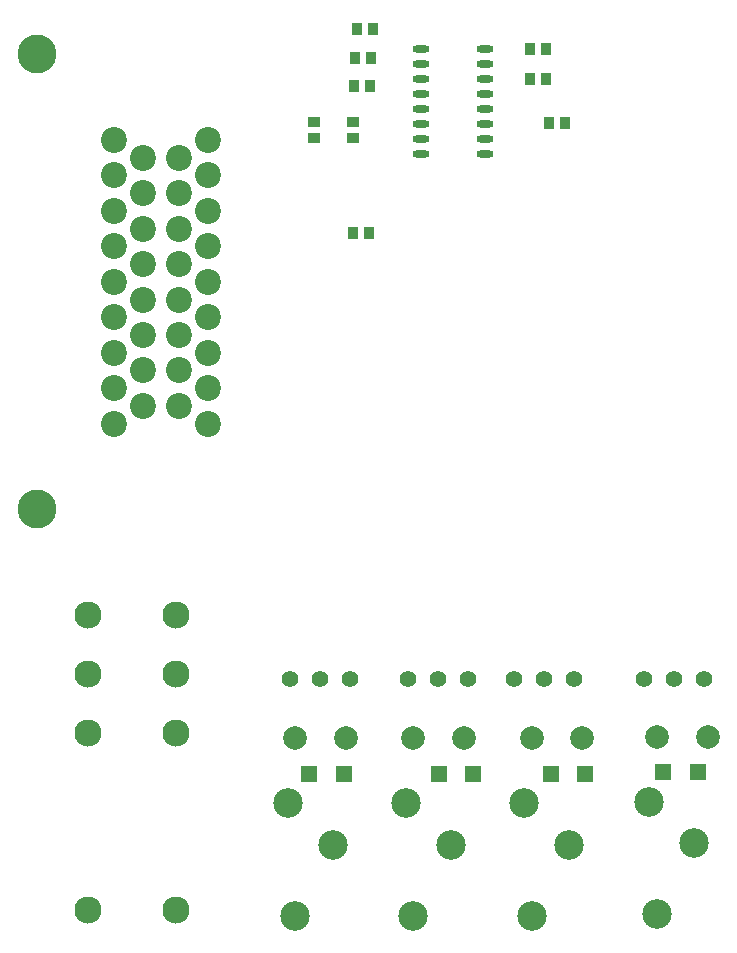
<source format=gbr>
%TF.GenerationSoftware,Altium Limited,Altium Designer,19.1.7 (138)*%
G04 Layer_Color=255*
%FSLAX26Y26*%
%MOIN*%
%TF.FileFunction,Pads,Bot*%
%TF.Part,Single*%
G01*
G75*
%TA.AperFunction,SMDPad,CuDef*%
%ADD13O,0.057087X0.023622*%
%ADD25R,0.053150X0.057087*%
%ADD26R,0.035433X0.039370*%
%ADD27R,0.039370X0.035433*%
%TA.AperFunction,ComponentPad*%
%ADD34C,0.055118*%
%ADD35C,0.086614*%
%ADD36C,0.129921*%
%ADD37C,0.098425*%
%ADD38C,0.078740*%
%ADD39C,0.090551*%
D13*
X1435948Y2695821D02*
D03*
Y2745821D02*
D03*
Y2795821D02*
D03*
Y2845821D02*
D03*
Y2895821D02*
D03*
Y2945821D02*
D03*
Y2995821D02*
D03*
Y3045821D02*
D03*
X1650515Y2695821D02*
D03*
Y2745821D02*
D03*
Y2795821D02*
D03*
Y2845821D02*
D03*
Y2895821D02*
D03*
Y2945821D02*
D03*
Y2995821D02*
D03*
Y3045821D02*
D03*
D25*
X1494532Y630469D02*
D03*
X1610673D02*
D03*
X1867562Y630469D02*
D03*
X1983704D02*
D03*
X1061461Y630469D02*
D03*
X1177603D02*
D03*
X2242563Y635390D02*
D03*
X2358705D02*
D03*
D26*
X1262795Y2433072D02*
D03*
X1209645D02*
D03*
X1265749Y2922245D02*
D03*
X1212601D02*
D03*
X1268575Y3017999D02*
D03*
X1215426D02*
D03*
X1275591Y3114173D02*
D03*
X1222441D02*
D03*
X1797851Y3045000D02*
D03*
X1851001D02*
D03*
X1799851Y2946000D02*
D03*
X1852999D02*
D03*
X1861220Y2800197D02*
D03*
X1914370D02*
D03*
D27*
X1210630Y2750000D02*
D03*
Y2803150D02*
D03*
X1078999Y2748849D02*
D03*
Y2801999D02*
D03*
D34*
X1198271Y945432D02*
D03*
X1098271D02*
D03*
X998271D02*
D03*
X2379375Y945430D02*
D03*
X2279375D02*
D03*
X2179375D02*
D03*
X1591973Y945430D02*
D03*
X1491973D02*
D03*
X1391973D02*
D03*
X1946301Y945432D02*
D03*
X1846301D02*
D03*
X1746301D02*
D03*
D35*
X726771Y1798072D02*
D03*
Y1916182D02*
D03*
Y2034293D02*
D03*
Y2152403D02*
D03*
Y2270513D02*
D03*
Y2388623D02*
D03*
Y2506734D02*
D03*
Y2624844D02*
D03*
Y2742954D02*
D03*
X628346Y1857127D02*
D03*
Y1975237D02*
D03*
Y2093348D02*
D03*
Y2211458D02*
D03*
Y2329568D02*
D03*
Y2447678D02*
D03*
Y2565789D02*
D03*
Y2683899D02*
D03*
X510236Y1857127D02*
D03*
Y1975237D02*
D03*
Y2093348D02*
D03*
Y2211458D02*
D03*
Y2329568D02*
D03*
Y2447678D02*
D03*
Y2565789D02*
D03*
Y2683899D02*
D03*
X411811Y1798072D02*
D03*
Y1916182D02*
D03*
Y2034293D02*
D03*
Y2152403D02*
D03*
Y2270513D02*
D03*
Y2388623D02*
D03*
Y2506734D02*
D03*
Y2624844D02*
D03*
Y2742954D02*
D03*
D36*
X155905Y3028387D02*
D03*
Y1512639D02*
D03*
D37*
X1410476Y158028D02*
D03*
X1384886Y532044D02*
D03*
X1534492Y394249D02*
D03*
X1804177Y158028D02*
D03*
X1778587Y532044D02*
D03*
X1928193Y394249D02*
D03*
X1016776Y158028D02*
D03*
X991185Y532044D02*
D03*
X1140792Y394249D02*
D03*
X2222877Y161965D02*
D03*
X2197287Y535981D02*
D03*
X2346893Y398186D02*
D03*
D38*
X1579768Y748579D02*
D03*
X1410476D02*
D03*
X1973469D02*
D03*
X1804177D02*
D03*
X1186067D02*
D03*
X1016776D02*
D03*
X2392168Y752516D02*
D03*
X2222877D02*
D03*
D39*
X324804Y1159293D02*
D03*
X620080D02*
D03*
X324804Y765593D02*
D03*
Y962443D02*
D03*
X620080Y765593D02*
D03*
Y962443D02*
D03*
Y175041D02*
D03*
X324804D02*
D03*
%TF.MD5,82a23f29472807015cb736c8a732916c*%
M02*

</source>
